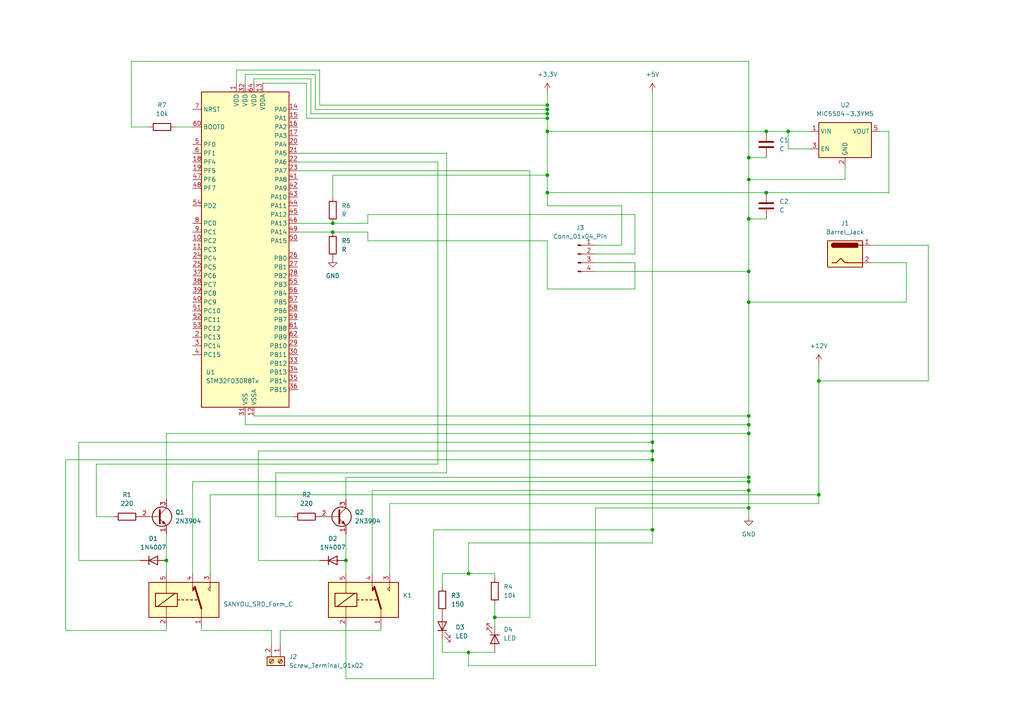
<source format=kicad_sch>
(kicad_sch (version 20250114) (generator "eeschema") (generator_version "9.0")
  (paper "A4")
  (lib_symbols
    (symbol "Connector:Barrel_Jack" (pin_names (offset 1.016))
      (property "Reference" "J" (at 0 5.334 0))
      (property "Value" "Barrel_Jack" (at 0 -5.08 0))
      (symbol "Barrel_Jack_0_1"
        (rectangle (start -5.08 3.81) (end 5.08 -3.81) (stroke (width 0.254)) (fill (type background)))
        (polyline (pts (xy -3.81 -2.54) (xy -2.54 -2.54) (xy -1.27 -1.27) (xy 0 -2.54) (xy 2.54 -2.54) (xy 5.08 -2.54)) (stroke (width 0.254)))
        (arc (start -3.302 1.905) (mid -3.9343 2.54) (end -3.302 3.175) (stroke (width 0.254)))
        (arc (start -3.302 1.905) (mid -3.9343 2.54) (end -3.302 3.175) (stroke (width 0.254)) (fill (type outline)))
        (rectangle (start 3.683 3.175) (end -3.302 1.905) (stroke (width 0.254)) (fill (type outline)))
        (polyline (pts (xy 5.08 2.54) (xy 3.81 2.54)) (stroke (width 0.254)))
      )
      (symbol "Barrel_Jack_1_1"
        (pin passive line (at 7.62 2.54 180) (length 2.54) (name "~") (number "1"))
        (pin passive line (at 7.62 -2.54 180) (length 2.54) (name "~") (number "2"))
      )
    )
    (symbol "Connector:Conn_01x04_Pin" (pin_names (offset 1.016) (hide yes))
      (property "Reference" "J" (at 0 5.08 0))
      (property "Value" "Conn_01x04_Pin" (at 0 -7.62 0))
      (symbol "Conn_01x04_Pin_1_1"
        (rectangle (start 0.8636 2.667) (end 0 2.413) (stroke (width 0.1524)) (fill (type outline)))
        (rectangle (start 0.8636 0.127) (end 0 -0.127) (stroke (width 0.1524)) (fill (type outline)))
        (rectangle (start 0.8636 -2.413) (end 0 -2.667) (stroke (width 0.1524)) (fill (type outline)))
        (rectangle (start 0.8636 -4.953) (end 0 -5.207) (stroke (width 0.1524)) (fill (type outline)))
        (polyline (pts (xy 1.27 2.54) (xy 0.8636 2.54)) (stroke (width 0.1524)))
        (polyline (pts (xy 1.27 0) (xy 0.8636 0)) (stroke (width 0.1524)))
        (polyline (pts (xy 1.27 -2.54) (xy 0.8636 -2.54)) (stroke (width 0.1524)))
        (polyline (pts (xy 1.27 -5.08) (xy 0.8636 -5.08)) (stroke (width 0.1524)))
        (pin passive line (at 5.08 2.54 180) (length 3.81) (name "Pin_1") (number "1"))
        (pin passive line (at 5.08 0 180) (length 3.81) (name "Pin_2") (number "2"))
        (pin passive line (at 5.08 -2.54 180) (length 3.81) (name "Pin_3") (number "3"))
        (pin passive line (at 5.08 -5.08 180) (length 3.81) (name "Pin_4") (number "4"))
      )
    )
    (symbol "Connector:Screw_Terminal_01x02" (pin_names (offset 1.016) (hide yes))
      (property "Reference" "J" (at 0 2.54 0))
      (property "Value" "Screw_Terminal_01x02" (at 0 -5.08 0))
      (symbol "Screw_Terminal_01x02_1_1"
        (rectangle (start -1.27 1.27) (end 1.27 -3.81) (stroke (width 0.254)) (fill (type background)))
        (polyline (pts (xy -0.5334 0.3302) (xy 0.3302 -0.508)) (stroke (width 0.1524)))
        (polyline (pts (xy -0.5334 -2.2098) (xy 0.3302 -3.048)) (stroke (width 0.1524)))
        (polyline (pts (xy -0.3556 0.508) (xy 0.508 -0.3302)) (stroke (width 0.1524)))
        (polyline (pts (xy -0.3556 -2.032) (xy 0.508 -2.8702)) (stroke (width 0.1524)))
        (circle (center 0 0) (radius 0.635) (stroke (width 0.1524)))
        (circle (center 0 -2.54) (radius 0.635) (stroke (width 0.1524)))
        (pin passive line (at -5.08 0 0) (length 3.81) (name "Pin_1") (number "1"))
        (pin passive line (at -5.08 -2.54 0) (length 3.81) (name "Pin_2") (number "2"))
      )
    )
    (symbol "Device:C" (pin_numbers (hide yes)) (pin_names (offset 0.254))
      (property "Reference" "C" (at 0.635 2.54 0))
      (property "Value" "C" (at 0.635 -2.54 0))
      (symbol "C_0_1"
        (polyline (pts (xy -2.032 0.762) (xy 2.032 0.762)) (stroke (width 0.508)))
        (polyline (pts (xy -2.032 -0.762) (xy 2.032 -0.762)) (stroke (width 0.508)))
      )
      (symbol "C_1_1"
        (pin passive line (at 0 3.81 270) (length 2.794) (name "~") (number "1"))
        (pin passive line (at 0 -3.81 90) (length 2.794) (name "~") (number "2"))
      )
    )
    (symbol "Device:LED" (pin_numbers (hide yes)) (pin_names (offset 1.016) (hide yes))
      (property "Reference" "D" (at 0 2.54 0))
      (property "Value" "LED" (at 0 -2.54 0))
      (symbol "LED_0_1"
        (polyline (pts (xy -3.048 -0.762) (xy -4.572 -2.286) (xy -3.81 -2.286) (xy -4.572 -2.286) (xy -4.572 -1.524)))
        (polyline (pts (xy -1.778 -0.762) (xy -3.302 -2.286) (xy -2.54 -2.286) (xy -3.302 -2.286) (xy -3.302 -1.524)))
        (polyline (pts (xy -1.27 0) (xy 1.27 0)))
        (polyline (pts (xy -1.27 -1.27) (xy -1.27 1.27)) (stroke (width 0.254)))
        (polyline (pts (xy 1.27 -1.27) (xy 1.27 1.27) (xy -1.27 0) (xy 1.27 -1.27)) (stroke (width 0.254)))
      )
      (symbol "LED_1_1"
        (pin passive line (at -3.81 0 0) (length 2.54) (name "K") (number "1"))
        (pin passive line (at 3.81 0 180) (length 2.54) (name "A") (number "2"))
      )
    )
    (symbol "Device:R" (pin_numbers (hide yes)) (pin_names (offset 0))
      (property "Reference" "R" (at 2.032 0 90))
      (property "Value" "R" (at 0 0 90))
      (symbol "R_0_1"
        (rectangle (start -1.016 -2.54) (end 1.016 2.54) (stroke (width 0.254)))
      )
      (symbol "R_1_1"
        (pin passive line (at 0 3.81 270) (length 1.27) (name "~") (number "1"))
        (pin passive line (at 0 -3.81 90) (length 1.27) (name "~") (number "2"))
      )
    )
    (symbol "Diode:1N4007" (pin_numbers (hide yes)) (pin_names (hide yes))
      (property "Reference" "D" (at 0 2.54 0))
      (property "Value" "1N4007" (at 0 -2.54 0))
      (symbol "1N4007_0_1"
        (polyline (pts (xy -1.27 1.27) (xy -1.27 -1.27)) (stroke (width 0.254)))
        (polyline (pts (xy 1.27 1.27) (xy 1.27 -1.27) (xy -1.27 0) (xy 1.27 1.27)) (stroke (width 0.254)))
        (polyline (pts (xy 1.27 0) (xy -1.27 0)))
      )
      (symbol "1N4007_1_1"
        (pin passive line (at -3.81 0 0) (length 2.54) (name "K") (number "1"))
        (pin passive line (at 3.81 0 180) (length 2.54) (name "A") (number "2"))
      )
    )
    (symbol "MCU_ST_STM32F0:STM32F030R8Tx"
      (property "Reference" "U" (at -12.7 46.99 0))
      (property "Value" "STM32F030R8Tx" (at 7.62 46.99 0))
      (symbol "STM32F030R8Tx_0_1"
        (rectangle (start -12.7 -45.72) (end 12.7 45.72) (stroke (width 0.254)) (fill (type background)))
      )
      (symbol "STM32F030R8Tx_1_1"
        (pin input line (at -15.24 40.64 0) (length 2.54) (name "NRST") (number "7"))
        (pin input line (at -15.24 35.56 0) (length 2.54) (name "BOOT0") (number "60"))
        (pin bidirectional line (at -15.24 30.48 0) (length 2.54) (name "PF0") (number "5"))
        (pin bidirectional line (at -15.24 27.94 0) (length 2.54) (name "PF1") (number "6"))
        (pin bidirectional line (at -15.24 25.4 0) (length 2.54) (name "PF4") (number "18"))
        (pin bidirectional line (at -15.24 22.86 0) (length 2.54) (name "PF5") (number "19"))
        (pin bidirectional line (at -15.24 20.32 0) (length 2.54) (name "PF6") (number "47"))
        (pin bidirectional line (at -15.24 17.78 0) (length 2.54) (name "PF7") (number "48"))
        (pin bidirectional line (at -15.24 12.7 0) (length 2.54) (name "PD2") (number "54"))
        (pin bidirectional line (at -15.24 7.62 0) (length 2.54) (name "PC0") (number "8"))
        (pin bidirectional line (at -15.24 5.08 0) (length 2.54) (name "PC1") (number "9"))
        (pin bidirectional line (at -15.24 2.54 0) (length 2.54) (name "PC2") (number "10"))
        (pin bidirectional line (at -15.24 0 0) (length 2.54) (name "PC3") (number "11"))
        (pin bidirectional line (at -15.24 -2.54 0) (length 2.54) (name "PC4") (number "24"))
        (pin bidirectional line (at -15.24 -5.08 0) (length 2.54) (name "PC5") (number "25"))
        (pin bidirectional line (at -15.24 -7.62 0) (length 2.54) (name "PC6") (number "37"))
        (pin bidirectional line (at -15.24 -10.16 0) (length 2.54) (name "PC7") (number "38"))
        (pin bidirectional line (at -15.24 -12.7 0) (length 2.54) (name "PC8") (number "39"))
        (pin bidirectional line (at -15.24 -15.24 0) (length 2.54) (name "PC9") (number "40"))
        (pin bidirectional line (at -15.24 -17.78 0) (length 2.54) (name "PC10") (number "51"))
        (pin bidirectional line (at -15.24 -20.32 0) (length 2.54) (name "PC11") (number "52"))
        (pin bidirectional line (at -15.24 -22.86 0) (length 2.54) (name "PC12") (number "53"))
        (pin bidirectional line (at -15.24 -25.4 0) (length 2.54) (name "PC13") (number "2"))
        (pin bidirectional line (at -15.24 -27.94 0) (length 2.54) (name "PC14") (number "3"))
        (pin bidirectional line (at -15.24 -30.48 0) (length 2.54) (name "PC15") (number "4"))
        (pin power_in line (at -2.54 48.26 270) (length 2.54) (name "VDD") (number "1"))
        (pin power_in line (at 0 48.26 270) (length 2.54) (name "VDD") (number "32"))
        (pin power_in line (at 0 -48.26 90) (length 2.54) (name "VSS") (number "31"))
        (pin passive line (at 0 -48.26 90) (length 2.54) (hide yes) (name "VSS") (number "63"))
        (pin power_in line (at 2.54 48.26 270) (length 2.54) (name "VDD") (number "64"))
        (pin power_in line (at 2.54 -48.26 90) (length 2.54) (name "VSSA") (number "12"))
        (pin power_in line (at 5.08 48.26 270) (length 2.54) (name "VDDA") (number "13"))
        (pin bidirectional line (at 15.24 40.64 180) (length 2.54) (name "PA0") (number "14"))
        (pin bidirectional line (at 15.24 38.1 180) (length 2.54) (name "PA1") (number "15"))
        (pin bidirectional line (at 15.24 35.56 180) (length 2.54) (name "PA2") (number "16"))
        (pin bidirectional line (at 15.24 33.02 180) (length 2.54) (name "PA3") (number "17"))
        (pin bidirectional line (at 15.24 30.48 180) (length 2.54) (name "PA4") (number "20"))
        (pin bidirectional line (at 15.24 27.94 180) (length 2.54) (name "PA5") (number "21"))
        (pin bidirectional line (at 15.24 25.4 180) (length 2.54) (name "PA6") (number "22"))
        (pin bidirectional line (at 15.24 22.86 180) (length 2.54) (name "PA7") (number "23"))
        (pin bidirectional line (at 15.24 20.32 180) (length 2.54) (name "PA8") (number "41"))
        (pin bidirectional line (at 15.24 17.78 180) (length 2.54) (name "PA9") (number "42"))
        (pin bidirectional line (at 15.24 15.24 180) (length 2.54) (name "PA10") (number "43"))
        (pin bidirectional line (at 15.24 12.7 180) (length 2.54) (name "PA11") (number "44"))
        (pin bidirectional line (at 15.24 10.16 180) (length 2.54) (name "PA12") (number "45"))
        (pin bidirectional line (at 15.24 7.62 180) (length 2.54) (name "PA13") (number "46"))
        (pin bidirectional line (at 15.24 5.08 180) (length 2.54) (name "PA14") (number "49"))
        (pin bidirectional line (at 15.24 2.54 180) (length 2.54) (name "PA15") (number "50"))
        (pin bidirectional line (at 15.24 -2.54 180) (length 2.54) (name "PB0") (number "26"))
        (pin bidirectional line (at 15.24 -5.08 180) (length 2.54) (name "PB1") (number "27"))
        (pin bidirectional line (at 15.24 -7.62 180) (length 2.54) (name "PB2") (number "28"))
        (pin bidirectional line (at 15.24 -10.16 180) (length 2.54) (name "PB3") (number "55"))
        (pin bidirectional line (at 15.24 -12.7 180) (length 2.54) (name "PB4") (number "56"))
        (pin bidirectional line (at 15.24 -15.24 180) (length 2.54) (name "PB5") (number "57"))
        (pin bidirectional line (at 15.24 -17.78 180) (length 2.54) (name "PB6") (number "58"))
        (pin bidirectional line (at 15.24 -20.32 180) (length 2.54) (name "PB7") (number "59"))
        (pin bidirectional line (at 15.24 -22.86 180) (length 2.54) (name "PB8") (number "61"))
        (pin bidirectional line (at 15.24 -25.4 180) (length 2.54) (name "PB9") (number "62"))
        (pin bidirectional line (at 15.24 -27.94 180) (length 2.54) (name "PB10") (number "29"))
        (pin bidirectional line (at 15.24 -30.48 180) (length 2.54) (name "PB11") (number "30"))
        (pin bidirectional line (at 15.24 -33.02 180) (length 2.54) (name "PB12") (number "33"))
        (pin bidirectional line (at 15.24 -35.56 180) (length 2.54) (name "PB13") (number "34"))
        (pin bidirectional line (at 15.24 -38.1 180) (length 2.54) (name "PB14") (number "35"))
        (pin bidirectional line (at 15.24 -40.64 180) (length 2.54) (name "PB15") (number "36"))
      )
    )
    (symbol "Regulator_Linear:MIC5504-3.3YM5"
      (property "Reference" "U" (at -7.62 8.89 0))
      (property "Value" "MIC5504-3.3YM5" (at -7.62 6.35 0))
      (symbol "MIC5504-3.3YM5_0_1"
        (rectangle (start -7.62 -5.08) (end 7.62 5.08) (stroke (width 0.254)) (fill (type background)))
      )
      (symbol "MIC5504-3.3YM5_1_1"
        (pin power_in line (at -10.16 2.54 0) (length 2.54) (name "VIN") (number "1"))
        (pin input line (at -10.16 -2.54 0) (length 2.54) (name "EN") (number "3"))
        (pin power_in line (at 0 -7.62 90) (length 2.54) (name "GND") (number "2"))
        (pin no_connect line (at 7.62 -2.54 180) (length 2.54) (hide yes) (name "NC") (number "4"))
        (pin power_out line (at 10.16 2.54 180) (length 2.54) (name "VOUT") (number "5"))
      )
    )
    (symbol "Relay:SANYOU_SRD_Form_C"
      (property "Reference" "K" (at 11.43 3.81 0))
      (property "Value" "SANYOU_SRD_Form_C" (at 11.43 1.27 0))
      (symbol "SANYOU_SRD_Form_C_0_0"
        (polyline (pts (xy 7.62 5.08) (xy 7.62 2.54) (xy 6.985 3.175) (xy 7.62 3.81)))
      )
      (symbol "SANYOU_SRD_Form_C_0_1"
        (rectangle (start -10.16 5.08) (end 10.16 -5.08) (stroke (width 0.254)) (fill (type background)))
        (rectangle (start -8.255 1.905) (end -1.905 -1.905) (stroke (width 0.254)))
        (polyline (pts (xy -7.62 -1.905) (xy -2.54 1.905)) (stroke (width 0.254)))
        (polyline (pts (xy -5.08 5.08) (xy -5.08 1.905)))
        (polyline (pts (xy -5.08 -5.08) (xy -5.08 -1.905)))
        (polyline (pts (xy -1.905 0) (xy -1.27 0)) (stroke (width 0.254)))
        (polyline (pts (xy -0.635 0) (xy 0 0)) (stroke (width 0.254)))
        (polyline (pts (xy 0.635 0) (xy 1.27 0)) (stroke (width 0.254)))
        (polyline (pts (xy 1.905 0) (xy 2.54 0)) (stroke (width 0.254)))
        (polyline (pts (xy 3.175 0) (xy 3.81 0)) (stroke (width 0.254)))
        (polyline (pts (xy 5.08 -2.54) (xy 3.175 3.81)) (stroke (width 0.508)))
        (polyline (pts (xy 5.08 -2.54) (xy 5.08 -5.08)))
      )
      (symbol "SANYOU_SRD_Form_C_1_1"
        (polyline (pts (xy 2.54 3.81) (xy 3.175 3.175) (xy 2.54 2.54) (xy 2.54 5.08)) (fill (type outline)))
        (pin passive line (at -5.08 7.62 270) (length 2.54) (name "~") (number "5"))
        (pin passive line (at -5.08 -7.62 90) (length 2.54) (name "~") (number "2"))
        (pin passive line (at 2.54 7.62 270) (length 2.54) (name "~") (number "4"))
        (pin passive line (at 5.08 -7.62 90) (length 2.54) (name "~") (number "1"))
        (pin passive line (at 7.62 7.62 270) (length 2.54) (name "~") (number "3"))
      )
    )
    (symbol "Transistor_BJT:2N3904" (pin_names (offset 0) (hide yes))
      (property "Reference" "Q" (at 5.08 1.905 0))
      (property "Value" "2N3904" (at 5.08 0 0))
      (symbol "2N3904_0_1"
        (polyline (pts (xy -2.54 0) (xy 0.635 0)))
        (polyline (pts (xy 0.635 1.905) (xy 0.635 -1.905)) (stroke (width 0.508)))
        (circle (center 1.27 0) (radius 2.8194) (stroke (width 0.254)))
      )
      (symbol "2N3904_1_1"
        (polyline (pts (xy 0.635 0.635) (xy 2.54 2.54)))
        (polyline (pts (xy 0.635 -0.635) (xy 2.54 -2.54)))
        (polyline (pts (xy 1.27 -1.778) (xy 1.778 -1.27) (xy 2.286 -2.286) (xy 1.27 -1.778)) (fill (type outline)))
        (pin input line (at -5.08 0 0) (length 2.54) (name "B") (number "2"))
        (pin passive line (at 2.54 5.08 270) (length 2.54) (name "C") (number "3"))
        (pin passive line (at 2.54 -5.08 90) (length 2.54) (name "E") (number "1"))
      )
    )
    (symbol "power:+12V" (power) (pin_numbers (hide yes)) (pin_names (offset 0) (hide yes))
      (property "Value" "+12V" (at 0 3.556 0))
      (symbol "+12V_0_1"
        (polyline (pts (xy -0.762 1.27) (xy 0 2.54)))
        (polyline (pts (xy 0 2.54) (xy 0.762 1.27)))
        (polyline (pts (xy 0 0) (xy 0 2.54)))
      )
      (symbol "+12V_1_1"
        (pin power_in line (at 0 0 90) (length 0) (name "~") (number "1"))
      )
    )
    (symbol "power:+3.3V" (power) (pin_numbers (hide yes)) (pin_names (offset 0) (hide yes))
      (property "Value" "+3.3V" (at 0 3.556 0))
      (symbol "+3.3V_0_1"
        (polyline (pts (xy -0.762 1.27) (xy 0 2.54)))
        (polyline (pts (xy 0 2.54) (xy 0.762 1.27)))
        (polyline (pts (xy 0 0) (xy 0 2.54)))
      )
      (symbol "+3.3V_1_1"
        (pin power_in line (at 0 0 90) (length 0) (name "~") (number "1"))
      )
    )
    (symbol "power:+5V" (power) (pin_numbers (hide yes)) (pin_names (offset 0) (hide yes))
      (property "Value" "+5V" (at 0 3.556 0))
      (symbol "+5V_0_1"
        (polyline (pts (xy -0.762 1.27) (xy 0 2.54)))
        (polyline (pts (xy 0 2.54) (xy 0.762 1.27)))
        (polyline (pts (xy 0 0) (xy 0 2.54)))
      )
      (symbol "+5V_1_1"
        (pin power_in line (at 0 0 90) (length 0) (name "~") (number "1"))
      )
    )
    (symbol "power:GND" (power) (pin_numbers (hide yes)) (pin_names (offset 0) (hide yes))
      (property "Value" "GND" (at 0 -3.81 0))
      (symbol "GND_0_1"
        (polyline (pts (xy 0 0) (xy 0 -1.27) (xy 1.27 -1.27) (xy 0 -2.54) (xy -1.27 -1.27) (xy 0 -1.27)))
      )
      (symbol "GND_1_1"
        (pin power_in line (at 0 0 270) (length 0) (name "~") (number "1"))
      )
    )
  )
  (junction (at 217.17 63.5))
  (junction (at 189.23 133.35))
  (junction (at 217.17 138.43))
  (junction (at 158.75 34.29))
  (junction (at 135.89 166.37))
  (junction (at 217.17 139.7))
  (junction (at 217.17 142.24))
  (junction (at 217.17 87.63))
  (junction (at 100.33 162.56))
  (junction (at 237.49 110.49))
  (junction (at 158.75 33.02))
  (junction (at 135.89 189.23))
  (junction (at 217.17 123.19))
  (junction (at 158.75 38.1))
  (junction (at 217.17 147.32))
  (junction (at 189.23 153.67))
  (junction (at 96.52 64.77))
  (junction (at 217.17 78.74))
  (junction (at 158.75 50.8))
  (junction (at 228.6 38.1))
  (junction (at 222.25 55.88))
  (junction (at 222.25 38.1))
  (junction (at 48.26 162.56))
  (junction (at 217.17 125.73))
  (junction (at 189.23 128.27))
  (junction (at 217.17 120.65))
  (junction (at 237.49 143.51))
  (junction (at 96.52 67.31))
  (junction (at 217.17 45.72))
  (junction (at 143.51 179.07))
  (junction (at 158.75 30.48))
  (junction (at 217.17 52.07))
  (junction (at 158.75 55.88))
  (junction (at 189.23 130.81))
  (junction (at 158.75 31.75))
  (wire (pts (xy 76.2 24.13) (xy 88.9 24.13)))
  (wire (pts (xy 71.12 123.19) (xy 217.17 123.19)))
  (wire (pts (xy 255.27 38.1) (xy 257.81 38.1)))
  (wire (pts (xy 257.81 55.88) (xy 222.25 55.88)))
  (wire (pts (xy 158.75 59.69) (xy 158.75 55.88)))
  (wire (pts (xy 237.49 105.41) (xy 237.49 110.49)))
  (wire (pts (xy 96.52 57.15) (xy 96.52 50.8)))
  (wire (pts (xy 158.75 33.02) (xy 158.75 34.29)))
  (wire (pts (xy 90.17 22.86) (xy 90.17 33.02)))
  (wire (pts (xy 92.71 30.48) (xy 158.75 30.48)))
  (wire (pts (xy 60.96 166.37) (xy 60.96 143.51)))
  (wire (pts (xy 189.23 133.35) (xy 189.23 130.81)))
  (wire (pts (xy 100.33 181.61) (xy 100.33 196.85)))
  (wire (pts (xy 74.93 162.56) (xy 74.93 130.81)))
  (wire (pts (xy 58.42 182.88) (xy 78.74 182.88)))
  (wire (pts (xy 228.6 43.18) (xy 228.6 38.1)))
  (wire (pts (xy 128.27 189.23) (xy 135.89 189.23)))
  (wire (pts (xy 143.51 167.64) (xy 143.51 166.37)))
  (wire (pts (xy 88.9 34.29) (xy 88.9 24.13)))
  (wire (pts (xy 96.52 50.8) (xy 158.75 50.8)))
  (wire (pts (xy 158.75 26.67) (xy 158.75 30.48)))
  (wire (pts (xy 222.25 38.1) (xy 228.6 38.1)))
  (wire (pts (xy 158.75 31.75) (xy 158.75 33.02)))
  (wire (pts (xy 135.89 189.23) (xy 143.51 189.23)))
  (wire (pts (xy 228.6 38.1) (xy 234.95 38.1)))
  (wire (pts (xy 158.75 38.1) (xy 222.25 38.1)))
  (wire (pts (xy 129.54 44.45) (xy 86.36 44.45)))
  (wire (pts (xy 180.34 59.69) (xy 158.75 59.69)))
  (wire (pts (xy 92.71 20.32) (xy 92.71 30.48)))
  (wire (pts (xy 217.17 138.43) (xy 217.17 139.7)))
  (wire (pts (xy 269.24 71.12) (xy 269.24 110.49)))
  (wire (pts (xy 158.75 30.48) (xy 158.75 31.75)))
  (wire (pts (xy 55.88 166.37) (xy 55.88 139.7)))
  (wire (pts (xy 172.72 147.32) (xy 217.17 147.32)))
  (wire (pts (xy 19.05 133.35) (xy 189.23 133.35)))
  (wire (pts (xy 135.89 189.23) (xy 135.89 193.04)))
  (wire (pts (xy 217.17 123.19) (xy 217.17 125.73)))
  (wire (pts (xy 262.89 87.63) (xy 217.17 87.63)))
  (wire (pts (xy 180.34 71.12) (xy 180.34 59.69)))
  (wire (pts (xy 125.73 153.67) (xy 189.23 153.67)))
  (wire (pts (xy 153.67 49.53) (xy 86.36 49.53)))
  (wire (pts (xy 184.15 76.2) (xy 172.72 76.2)))
  (wire (pts (xy 172.72 73.66) (xy 184.15 73.66)))
  (wire (pts (xy 96.52 64.77) (xy 86.36 64.77)))
  (wire (pts (xy 71.12 21.59) (xy 91.44 21.59)))
  (wire (pts (xy 135.89 193.04) (xy 172.72 193.04)))
  (wire (pts (xy 172.72 78.74) (xy 217.17 78.74)))
  (wire (pts (xy 71.12 120.65) (xy 71.12 123.19)))
  (wire (pts (xy 80.01 149.86) (xy 80.01 137.16)))
  (wire (pts (xy 91.44 21.59) (xy 91.44 31.75)))
  (wire (pts (xy 217.17 17.78) (xy 217.17 45.72)))
  (wire (pts (xy 68.58 20.32) (xy 92.71 20.32)))
  (wire (pts (xy 100.33 154.94) (xy 100.33 162.56)))
  (wire (pts (xy 73.66 22.86) (xy 90.17 22.86)))
  (wire (pts (xy 127 46.99) (xy 86.36 46.99)))
  (wire (pts (xy 237.49 110.49) (xy 269.24 110.49)))
  (wire (pts (xy 74.93 130.81) (xy 189.23 130.81)))
  (wire (pts (xy 128.27 185.42) (xy 128.27 189.23)))
  (wire (pts (xy 106.68 62.23) (xy 184.15 62.23)))
  (wire (pts (xy 27.94 134.62) (xy 127 134.62)))
  (wire (pts (xy 22.86 162.56) (xy 22.86 128.27)))
  (wire (pts (xy 158.75 34.29) (xy 158.75 38.1)))
  (wire (pts (xy 106.68 64.77) (xy 96.52 64.77)))
  (wire (pts (xy 217.17 52.07) (xy 245.11 52.07)))
  (wire (pts (xy 245.11 48.26) (xy 245.11 52.07)))
  (wire (pts (xy 217.17 45.72) (xy 222.25 45.72)))
  (wire (pts (xy 113.03 146.05) (xy 237.49 146.05)))
  (wire (pts (xy 158.75 69.85) (xy 158.75 83.82)))
  (wire (pts (xy 106.68 69.85) (xy 106.68 67.31)))
  (wire (pts (xy 60.96 143.51) (xy 237.49 143.51)))
  (wire (pts (xy 158.75 34.29) (xy 88.9 34.29)))
  (wire (pts (xy 125.73 196.85) (xy 125.73 153.67)))
  (wire (pts (xy 217.17 139.7) (xy 217.17 142.24)))
  (wire (pts (xy 38.1 17.78) (xy 217.17 17.78)))
  (wire (pts (xy 48.26 144.78) (xy 48.26 125.73)))
  (wire (pts (xy 107.95 166.37) (xy 107.95 142.24)))
  (wire (pts (xy 113.03 166.37) (xy 113.03 146.05)))
  (wire (pts (xy 217.17 125.73) (xy 217.17 138.43)))
  (wire (pts (xy 184.15 62.23) (xy 184.15 73.66)))
  (wire (pts (xy 107.95 142.24) (xy 217.17 142.24)))
  (wire (pts (xy 217.17 142.24) (xy 217.17 147.32)))
  (wire (pts (xy 135.89 166.37) (xy 143.51 166.37)))
  (wire (pts (xy 143.51 175.26) (xy 143.51 179.07)))
  (wire (pts (xy 55.88 139.7) (xy 217.17 139.7)))
  (wire (pts (xy 129.54 137.16) (xy 129.54 44.45)))
  (wire (pts (xy 158.75 55.88) (xy 158.75 50.8)))
  (wire (pts (xy 19.05 182.88) (xy 19.05 133.35)))
  (wire (pts (xy 27.94 149.86) (xy 27.94 134.62)))
  (wire (pts (xy 91.44 31.75) (xy 158.75 31.75)))
  (wire (pts (xy 48.26 154.94) (xy 48.26 162.56)))
  (wire (pts (xy 68.58 24.13) (xy 68.58 20.32)))
  (wire (pts (xy 92.71 162.56) (xy 74.93 162.56)))
  (wire (pts (xy 217.17 52.07) (xy 217.17 63.5)))
  (wire (pts (xy 143.51 179.07) (xy 143.51 181.61)))
  (wire (pts (xy 38.1 36.83) (xy 38.1 17.78)))
  (wire (pts (xy 110.49 181.61) (xy 110.49 182.88)))
  (wire (pts (xy 189.23 26.67) (xy 189.23 128.27)))
  (wire (pts (xy 135.89 157.48) (xy 189.23 157.48)))
  (wire (pts (xy 135.89 166.37) (xy 135.89 157.48)))
  (wire (pts (xy 172.72 71.12) (xy 180.34 71.12)))
  (wire (pts (xy 237.49 110.49) (xy 237.49 143.51)))
  (wire (pts (xy 128.27 170.18) (xy 128.27 166.37)))
  (wire (pts (xy 252.73 71.12) (xy 269.24 71.12)))
  (wire (pts (xy 48.26 182.88) (xy 19.05 182.88)))
  (wire (pts (xy 100.33 138.43) (xy 217.17 138.43)))
  (wire (pts (xy 158.75 55.88) (xy 222.25 55.88)))
  (wire (pts (xy 184.15 83.82) (xy 184.15 76.2)))
  (wire (pts (xy 43.18 36.83) (xy 38.1 36.83)))
  (wire (pts (xy 106.68 69.85) (xy 158.75 69.85)))
  (wire (pts (xy 100.33 196.85) (xy 125.73 196.85)))
  (wire (pts (xy 237.49 143.51) (xy 237.49 146.05)))
  (wire (pts (xy 48.26 182.88) (xy 48.26 181.61)))
  (wire (pts (xy 106.68 67.31) (xy 96.52 67.31)))
  (wire (pts (xy 153.67 179.07) (xy 153.67 49.53)))
  (wire (pts (xy 73.66 120.65) (xy 217.17 120.65)))
  (wire (pts (xy 73.66 24.13) (xy 73.66 22.86)))
  (wire (pts (xy 172.72 193.04) (xy 172.72 147.32)))
  (wire (pts (xy 158.75 38.1) (xy 158.75 50.8)))
  (wire (pts (xy 110.49 182.88) (xy 81.28 182.88)))
  (wire (pts (xy 217.17 45.72) (xy 217.17 52.07)))
  (wire (pts (xy 80.01 149.86) (xy 85.09 149.86)))
  (wire (pts (xy 71.12 24.13) (xy 71.12 21.59)))
  (wire (pts (xy 50.8 36.83) (xy 55.88 36.83)))
  (wire (pts (xy 90.17 33.02) (xy 158.75 33.02)))
  (wire (pts (xy 189.23 128.27) (xy 189.23 130.81)))
  (wire (pts (xy 128.27 166.37) (xy 135.89 166.37)))
  (wire (pts (xy 252.73 76.2) (xy 262.89 76.2)))
  (wire (pts (xy 262.89 76.2) (xy 262.89 87.63)))
  (wire (pts (xy 48.26 162.56) (xy 48.26 166.37)))
  (wire (pts (xy 217.17 78.74) (xy 217.17 87.63)))
  (wire (pts (xy 48.26 125.73) (xy 217.17 125.73)))
  (wire (pts (xy 22.86 128.27) (xy 189.23 128.27)))
  (wire (pts (xy 78.74 182.88) (xy 78.74 186.69)))
  (wire (pts (xy 143.51 179.07) (xy 153.67 179.07)))
  (wire (pts (xy 33.02 149.86) (xy 27.94 149.86)))
  (wire (pts (xy 40.64 162.56) (xy 22.86 162.56)))
  (wire (pts (xy 217.17 63.5) (xy 222.25 63.5)))
  (wire (pts (xy 58.42 181.61) (xy 58.42 182.88)))
  (wire (pts (xy 96.52 67.31) (xy 86.36 67.31)))
  (wire (pts (xy 234.95 43.18) (xy 228.6 43.18)))
  (wire (pts (xy 100.33 144.78) (xy 100.33 138.43)))
  (wire (pts (xy 100.33 162.56) (xy 100.33 166.37)))
  (wire (pts (xy 257.81 38.1) (xy 257.81 55.88)))
  (wire (pts (xy 217.17 147.32) (xy 217.17 149.86)))
  (wire (pts (xy 80.01 137.16) (xy 129.54 137.16)))
  (wire (pts (xy 106.68 62.23) (xy 106.68 64.77)))
  (wire (pts (xy 189.23 153.67) (xy 189.23 133.35)))
  (wire (pts (xy 217.17 120.65) (xy 217.17 123.19)))
  (wire (pts (xy 217.17 87.63) (xy 217.17 120.65)))
  (wire (pts (xy 81.28 182.88) (xy 81.28 186.69)))
  (wire (pts (xy 127 134.62) (xy 127 46.99)))
  (wire (pts (xy 189.23 157.48) (xy 189.23 153.67)))
  (wire (pts (xy 158.75 83.82) (xy 184.15 83.82)))
  (wire (pts (xy 217.17 63.5) (xy 217.17 78.74)))
  (symbol (lib_id "MCU_ST_STM32F0:STM32F030R8Tx") (at 71.12 72.39 0) (unit 1)
    (property "Reference" "U1" (at 59.69 107.95 0) (effects (justify left)))
    (property "Value" "STM32F030R8Tx" (at 59.69 110.49 0) (effects (justify left)))
    (property "Footprint" "Package_QFP:LQFP-64_10x10mm_P0.5mm" (effects (hide yes)))
    (property "Datasheet" "https://www.st.com/resource/en/datasheet/stm32f030r8.pdf" (effects (hide yes)))
    (property "Description" "STMicroelectronics Arm Cortex-M0 MCU, 64KB flash, 8KB RAM, 48 MHz, 2.4-3.6V, 55 GPIO, LQFP64" (effects (hide yes)))
  )
  (symbol (lib_id "Connector:Screw_Terminal_01x02") (at 81.28 191.77 270) (unit 1)
    (property "Reference" "J2" (at 83.82 190.4999 90) (effects (justify left)))
    (property "Value" "Screw_Terminal_01x02" (at 83.82 193.0399 90) (effects (justify left)))
    (property "Footprint" "TerminalBlock_Phoenix:TerminalBlock_Phoenix_MKDS-1,5-2_1x02_P5.00mm_Horizontal" (effects (hide yes)))
    (property "Description" "Generic screw terminal, single row, 01x02, script generated (kicad-library-utils/schlib/autogen/connector/)" (effects (hide yes)))
  )
  (symbol (lib_id "Device:C") (at 222.25 41.91 0) (unit 1)
    (property "Reference" "C1" (at 226.06 40.6399 0) (effects (justify left)))
    (property "Value" "C" (at 226.06 43.1799 0) (effects (justify left)))
    (property "Footprint" "Capacitor_SMD:C_0201_0603Metric" (effects (hide yes)))
    (property "Description" "Unpolarized capacitor" (effects (hide yes)))
  )
  (symbol (lib_id "Transistor_BJT:2N3904") (at 45.72 149.86 0) (unit 1)
    (property "Reference" "Q1" (at 50.8 148.5899 0) (effects (justify left)))
    (property "Value" "2N3904" (at 50.8 151.1299 0) (effects (justify left)))
    (property "Footprint" "Package_TO_SOT_THT:TO-92_Inline" (effects (hide yes)))
    (property "Datasheet" "https://www.onsemi.com/pub/Collateral/2N3903-D.PDF" (effects (hide yes)))
    (property "Description" "0.2A Ic, 40V Vce, Small Signal NPN Transistor, TO-92" (effects (hide yes)))
  )
  (symbol (lib_id "Device:R") (at 36.83 149.86 270) (unit 1)
    (property "Reference" "R1" (at 36.83 143.51 90))
    (property "Value" "220" (at 36.83 146.05 90))
    (property "Footprint" "Resistor_SMD:R_0201_0603Metric" (effects (hide yes)))
    (property "Description" "Resistor" (effects (hide yes)))
  )
  (symbol (lib_id "Device:R") (at 143.51 171.45 0) (unit 1)
    (property "Reference" "R4" (at 146.05 170.1799 0) (effects (justify left)))
    (property "Value" "10k" (at 146.05 172.7199 0) (effects (justify left)))
    (property "Footprint" "Resistor_SMD:R_0201_0603Metric" (effects (hide yes)))
    (property "Description" "Resistor" (effects (hide yes)))
  )
  (symbol (lib_id "power:+5V") (at 189.23 26.67 0) (unit 1)
    (property "Reference" "#PWR018" (effects (hide yes)))
    (property "Value" "+5V" (at 189.23 21.59 0))
    (property "Description" "Power symbol creates a global label with name \"+5V\"" (effects (hide yes)))
  )
  (symbol (lib_id "power:+12V") (at 237.49 105.41 0) (unit 1)
    (property "Reference" "#PWR01" (effects (hide yes)))
    (property "Value" "+12V" (at 237.49 100.33 0))
    (property "Description" "Power symbol creates a global label with name \"+12V\"" (effects (hide yes)))
  )
  (symbol (lib_id "Device:R") (at 96.52 71.12 0) (unit 1)
    (property "Reference" "R5" (at 99.06 69.8499 0) (effects (justify left)))
    (property "Value" "R" (at 99.06 72.3899 0) (effects (justify left)))
    (property "Footprint" "Resistor_SMD:R_0201_0603Metric" (effects (hide yes)))
    (property "Description" "Resistor" (effects (hide yes)))
  )
  (symbol (lib_id "Connector:Conn_01x04_Pin") (at 167.64 73.66 0) (unit 1)
    (property "Reference" "J3" (at 168.275 66.04 0))
    (property "Value" "Conn_01x04_Pin" (at 168.275 68.58 0))
    (property "Footprint" "Connector:FanPinHeader_1x04_P2.54mm_Vertical" (effects (hide yes)))
    (property "Description" "Generic connector, single row, 01x04, script generated" (effects (hide yes)))
  )
  (symbol (lib_id "power:+3.3V") (at 158.75 26.67 0) (unit 1)
    (property "Reference" "#PWR017" (effects (hide yes)))
    (property "Value" "+3.3V" (at 158.75 21.59 0))
    (property "Description" "Power symbol creates a global label with name \"+3.3V\"" (effects (hide yes)))
  )
  (symbol (lib_id "Device:R") (at 96.52 60.96 0) (unit 1)
    (property "Reference" "R6" (at 99.06 59.6899 0) (effects (justify left)))
    (property "Value" "R" (at 99.06 62.2299 0) (effects (justify left)))
    (property "Footprint" "Resistor_SMD:R_0201_0603Metric" (effects (hide yes)))
    (property "Description" "Resistor" (effects (hide yes)))
  )
  (symbol (lib_id "power:GND") (at 217.17 149.86 0) (unit 1)
    (property "Reference" "#PWR02" (effects (hide yes)))
    (property "Value" "GND" (at 217.17 154.94 0))
    (property "Description" "Power symbol creates a global label with name \"GND\" , ground" (effects (hide yes)))
  )
  (symbol (lib_id "Diode:1N4007") (at 44.45 162.56 0) (unit 1)
    (property "Reference" "D1" (at 44.45 156.21 0))
    (property "Value" "1N4007" (at 44.45 158.75 0))
    (property "Footprint" "Diode_THT:D_DO-41_SOD81_P10.16mm_Horizontal" (effects (hide yes)))
    (property "Datasheet" "http://www.vishay.com/docs/88503/1n4001.pdf" (effects (hide yes)))
    (property "Description" "1000V 1A General Purpose Rectifier Diode, DO-41" (effects (hide yes)))
    (property "Sim.Device" "D" (effects (hide yes)))
    (property "Sim.Pins" "1=K 2=A" (effects (hide yes)))
  )
  (symbol (lib_id "Relay:SANYOU_SRD_Form_C") (at 105.41 173.99 0) (unit 1)
    (property "Reference" "K1" (at 116.84 172.7199 0) (effects (justify left)))
    (property "Value" "SANYOU_SRD_Form_C" (effects (hide yes)))
    (property "Footprint" "Relay_THT:Relay_SPDT_SANYOU_SRD_Series_Form_C" (effects (hide yes)))
    (property "Datasheet" "http://www.sanyourelay.ca/public/products/pdf/SRD.pdf" (effects (hide yes)))
    (property "Description" "Sanyo SRD relay, Single Pole Miniature Power Relay," (effects (hide yes)))
  )
  (symbol (lib_id "Regulator_Linear:MIC5504-3.3YM5") (at 245.11 40.64 0) (unit 1)
    (property "Reference" "U2" (at 245.11 30.48 0))
    (property "Value" "MIC5504-3.3YM5" (at 245.11 33.02 0))
    (property "Footprint" "Package_TO_SOT_SMD:SOT-23-5" (effects (hide yes)))
    (property "Datasheet" "http://ww1.microchip.com/downloads/en/DeviceDoc/MIC550X.pdf" (effects (hide yes)))
    (property "Description" "300mA Low-dropout Voltage Regulator, Vout 3.3V, Vin up to 5.5V, SOT-23" (effects (hide yes)))
  )
  (symbol (lib_id "Diode:1N4007") (at 96.52 162.56 0) (unit 1)
    (property "Reference" "D2" (at 96.52 156.21 0))
    (property "Value" "1N4007" (at 96.52 158.75 0))
    (property "Footprint" "Diode_THT:D_DO-41_SOD81_P10.16mm_Horizontal" (effects (hide yes)))
    (property "Datasheet" "http://www.vishay.com/docs/88503/1n4001.pdf" (effects (hide yes)))
    (property "Description" "1000V 1A General Purpose Rectifier Diode, DO-41" (effects (hide yes)))
    (property "Sim.Device" "D" (effects (hide yes)))
    (property "Sim.Pins" "1=K 2=A" (effects (hide yes)))
  )
  (symbol (lib_id "Device:LED") (at 128.27 181.61 90) (unit 1)
    (property "Reference" "D3" (at 132.08 181.9274 90) (effects (justify right)))
    (property "Value" "LED" (at 132.08 184.4674 90) (effects (justify right)))
    (property "Footprint" "LED_THT:LED_D5.0mm" (effects (hide yes)))
    (property "Description" "Light emitting diode" (effects (hide yes)))
    (property "Sim.Pins" "1=K 2=A" (effects (hide yes)))
  )
  (symbol (lib_id "Device:R") (at 88.9 149.86 90) (unit 1)
    (property "Reference" "R2" (at 88.9 143.51 90))
    (property "Value" "220" (at 88.9 146.05 90))
    (property "Footprint" "Resistor_SMD:R_0201_0603Metric" (effects (hide yes)))
    (property "Description" "Resistor" (effects (hide yes)))
  )
  (symbol (lib_id "Device:R") (at 128.27 173.99 0) (unit 1)
    (property "Reference" "R3" (at 130.81 172.7199 0) (effects (justify left)))
    (property "Value" "150" (at 130.81 175.2599 0) (effects (justify left)))
    (property "Footprint" "Resistor_SMD:R_0201_0603Metric" (effects (hide yes)))
    (property "Description" "Resistor" (effects (hide yes)))
  )
  (symbol (lib_id "Relay:SANYOU_SRD_Form_C") (at 53.34 173.99 0) (unit 1)
    (property "Reference" "K3" (effects (hide yes)))
    (property "Value" "SANYOU_SRD_Form_C" (at 64.77 175.2599 0) (effects (justify left)))
    (property "Footprint" "Relay_THT:Relay_SPDT_SANYOU_SRD_Series_Form_C" (effects (hide yes)))
    (property "Datasheet" "http://www.sanyourelay.ca/public/products/pdf/SRD.pdf" (effects (hide yes)))
    (property "Description" "Sanyo SRD relay, Single Pole Miniature Power Relay," (effects (hide yes)))
  )
  (symbol (lib_id "Device:LED") (at 143.51 185.42 270) (unit 1)
    (property "Reference" "D4" (at 146.05 182.5624 90) (effects (justify left)))
    (property "Value" "LED" (at 146.05 185.1024 90) (effects (justify left)))
    (property "Footprint" "LED_THT:LED_D5.0mm" (effects (hide yes)))
    (property "Description" "Light emitting diode" (effects (hide yes)))
    (property "Sim.Pins" "1=K 2=A" (effects (hide yes)))
  )
  (symbol (lib_id "Connector:Barrel_Jack") (at 245.11 73.66 0) (unit 1)
    (property "Reference" "J1" (at 245.11 64.77 0))
    (property "Value" "Barrel_Jack" (at 245.11 67.31 0))
    (property "Footprint" "Connector_BarrelJack:BarrelJack_SwitchcraftConxall_RAPC10U_Horizontal" (effects (hide yes)))
    (property "Description" "DC Barrel Jack" (effects (hide yes)))
  )
  (symbol (lib_id "Device:C") (at 222.25 59.69 0) (unit 1)
    (property "Reference" "C2" (at 226.06 58.4199 0) (effects (justify left)))
    (property "Value" "C" (at 226.06 60.9599 0) (effects (justify left)))
    (property "Footprint" "Capacitor_SMD:C_0201_0603Metric" (effects (hide yes)))
    (property "Description" "Unpolarized capacitor" (effects (hide yes)))
  )
  (symbol (lib_id "Device:R") (at 46.99 36.83 270) (unit 1)
    (property "Reference" "R7" (at 46.99 30.48 90))
    (property "Value" "10k" (at 46.99 33.02 90))
    (property "Footprint" "Resistor_SMD:R_0201_0603Metric" (effects (hide yes)))
    (property "Description" "Resistor" (effects (hide yes)))
  )
  (symbol (lib_id "power:GND") (at 96.52 74.93 0) (unit 1)
    (property "Reference" "#PWR016" (effects (hide yes)))
    (property "Value" "GND" (at 96.52 80.01 0))
    (property "Description" "Power symbol creates a global label with name \"GND\" , ground" (effects (hide yes)))
  )
  (symbol (lib_id "Transistor_BJT:2N3904") (at 97.79 149.86 0) (unit 1)
    (property "Reference" "Q2" (at 102.87 148.5899 0) (effects (justify left)))
    (property "Value" "2N3904" (at 102.87 151.1299 0) (effects (justify left)))
    (property "Footprint" "Package_TO_SOT_THT:TO-92_Inline" (effects (hide yes)))
    (property "Datasheet" "https://www.onsemi.com/pub/Collateral/2N3903-D.PDF" (effects (hide yes)))
    (property "Description" "0.2A Ic, 40V Vce, Small Signal NPN Transistor, TO-92" (effects (hide yes)))
  )
)
</source>
